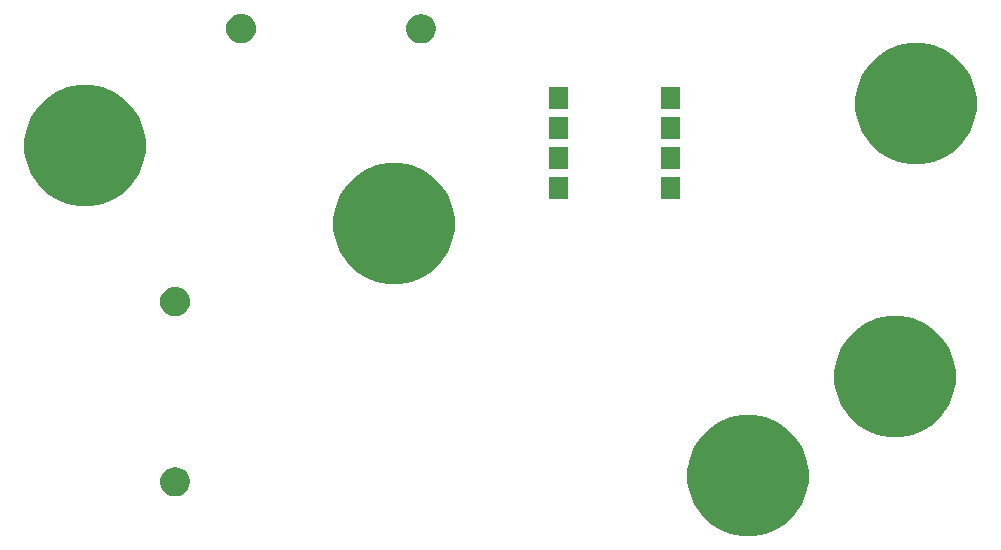
<source format=gts>
G04 #@! TF.GenerationSoftware,KiCad,Pcbnew,(5.1.0)-1*
G04 #@! TF.CreationDate,2019-06-02T20:16:14+05:30*
G04 #@! TF.ProjectId,OpAmp,4f70416d-702e-46b6-9963-61645f706362,rev?*
G04 #@! TF.SameCoordinates,Original*
G04 #@! TF.FileFunction,Soldermask,Top*
G04 #@! TF.FilePolarity,Negative*
%FSLAX46Y46*%
G04 Gerber Fmt 4.6, Leading zero omitted, Abs format (unit mm)*
G04 Created by KiCad (PCBNEW (5.1.0)-1) date 2019-06-02 20:16:14*
%MOMM*%
%LPD*%
G04 APERTURE LIST*
%ADD10C,0.100000*%
G04 APERTURE END LIST*
D10*
G36*
X154671009Y-111553591D02*
G01*
X155166658Y-111652181D01*
X156100440Y-112038967D01*
X156940822Y-112600492D01*
X157655508Y-113315178D01*
X158217033Y-114155560D01*
X158603819Y-115089342D01*
X158603819Y-115089344D01*
X158753731Y-115843000D01*
X158801000Y-116080641D01*
X158801000Y-117091359D01*
X158603819Y-118082658D01*
X158217033Y-119016440D01*
X157655508Y-119856822D01*
X156940822Y-120571508D01*
X156100440Y-121133033D01*
X155166658Y-121519819D01*
X154671008Y-121618410D01*
X154175361Y-121717000D01*
X153164639Y-121717000D01*
X152668992Y-121618410D01*
X152173342Y-121519819D01*
X151239560Y-121133033D01*
X150399178Y-120571508D01*
X149684492Y-119856822D01*
X149122967Y-119016440D01*
X148736181Y-118082658D01*
X148539000Y-117091359D01*
X148539000Y-116080641D01*
X148586270Y-115843000D01*
X148736181Y-115089344D01*
X148736181Y-115089342D01*
X149122967Y-114155560D01*
X149684492Y-113315178D01*
X150399178Y-112600492D01*
X151239560Y-112038967D01*
X152173342Y-111652181D01*
X152668991Y-111553591D01*
X153164639Y-111455000D01*
X154175361Y-111455000D01*
X154671009Y-111553591D01*
X154671009Y-111553591D01*
G37*
G36*
X105520903Y-115891075D02*
G01*
X105748571Y-115985378D01*
X105953466Y-116122285D01*
X106127715Y-116296534D01*
X106264622Y-116501429D01*
X106358925Y-116729097D01*
X106407000Y-116970787D01*
X106407000Y-117217213D01*
X106358925Y-117458903D01*
X106264622Y-117686571D01*
X106127715Y-117891466D01*
X105953466Y-118065715D01*
X105748571Y-118202622D01*
X105748570Y-118202623D01*
X105748569Y-118202623D01*
X105520903Y-118296925D01*
X105279214Y-118345000D01*
X105032786Y-118345000D01*
X104791097Y-118296925D01*
X104563431Y-118202623D01*
X104563430Y-118202623D01*
X104563429Y-118202622D01*
X104358534Y-118065715D01*
X104184285Y-117891466D01*
X104047378Y-117686571D01*
X103953075Y-117458903D01*
X103905000Y-117217213D01*
X103905000Y-116970787D01*
X103953075Y-116729097D01*
X104047378Y-116501429D01*
X104184285Y-116296534D01*
X104358534Y-116122285D01*
X104563429Y-115985378D01*
X104791097Y-115891075D01*
X105032786Y-115843000D01*
X105279214Y-115843000D01*
X105520903Y-115891075D01*
X105520903Y-115891075D01*
G37*
G36*
X167117009Y-103171591D02*
G01*
X167612658Y-103270181D01*
X168546440Y-103656967D01*
X169386822Y-104218492D01*
X170101508Y-104933178D01*
X170663033Y-105773560D01*
X171049819Y-106707342D01*
X171247000Y-107698641D01*
X171247000Y-108709359D01*
X171049819Y-109700658D01*
X170663033Y-110634440D01*
X170101508Y-111474822D01*
X169386822Y-112189508D01*
X168546440Y-112751033D01*
X167612658Y-113137819D01*
X167117009Y-113236409D01*
X166621361Y-113335000D01*
X165610639Y-113335000D01*
X165114991Y-113236409D01*
X164619342Y-113137819D01*
X163685560Y-112751033D01*
X162845178Y-112189508D01*
X162130492Y-111474822D01*
X161568967Y-110634440D01*
X161182181Y-109700658D01*
X160985000Y-108709359D01*
X160985000Y-107698641D01*
X161182181Y-106707342D01*
X161568967Y-105773560D01*
X162130492Y-104933178D01*
X162845178Y-104218492D01*
X163685560Y-103656967D01*
X164619342Y-103270181D01*
X165114992Y-103171590D01*
X165610639Y-103073000D01*
X166621361Y-103073000D01*
X167117009Y-103171591D01*
X167117009Y-103171591D01*
G37*
G36*
X105401239Y-100621101D02*
G01*
X105637053Y-100692634D01*
X105854381Y-100808799D01*
X106044871Y-100965129D01*
X106201201Y-101155619D01*
X106317366Y-101372947D01*
X106388899Y-101608761D01*
X106413053Y-101854000D01*
X106388899Y-102099239D01*
X106317366Y-102335053D01*
X106201201Y-102552381D01*
X106044871Y-102742871D01*
X105854381Y-102899201D01*
X105637053Y-103015366D01*
X105401239Y-103086899D01*
X105217457Y-103105000D01*
X105094543Y-103105000D01*
X104910761Y-103086899D01*
X104674947Y-103015366D01*
X104457619Y-102899201D01*
X104267129Y-102742871D01*
X104110799Y-102552381D01*
X103994634Y-102335053D01*
X103923101Y-102099239D01*
X103898947Y-101854000D01*
X103923101Y-101608761D01*
X103994634Y-101372947D01*
X104110799Y-101155619D01*
X104267129Y-100965129D01*
X104457619Y-100808799D01*
X104674947Y-100692634D01*
X104910761Y-100621101D01*
X105094543Y-100603000D01*
X105217457Y-100603000D01*
X105401239Y-100621101D01*
X105401239Y-100621101D01*
G37*
G36*
X124699009Y-90217591D02*
G01*
X125194658Y-90316181D01*
X126128440Y-90702967D01*
X126968822Y-91264492D01*
X127683508Y-91979178D01*
X128245033Y-92819560D01*
X128631819Y-93753342D01*
X128829000Y-94744641D01*
X128829000Y-95755359D01*
X128631819Y-96746658D01*
X128245033Y-97680440D01*
X127683508Y-98520822D01*
X126968822Y-99235508D01*
X126128440Y-99797033D01*
X125194658Y-100183819D01*
X124699008Y-100282410D01*
X124203361Y-100381000D01*
X123192639Y-100381000D01*
X122696992Y-100282410D01*
X122201342Y-100183819D01*
X121267560Y-99797033D01*
X120427178Y-99235508D01*
X119712492Y-98520822D01*
X119150967Y-97680440D01*
X118764181Y-96746658D01*
X118567000Y-95755359D01*
X118567000Y-94744641D01*
X118764181Y-93753342D01*
X119150967Y-92819560D01*
X119712492Y-91979178D01*
X120427178Y-91264492D01*
X121267560Y-90702967D01*
X122201342Y-90316181D01*
X122696992Y-90217590D01*
X123192639Y-90119000D01*
X124203361Y-90119000D01*
X124699009Y-90217591D01*
X124699009Y-90217591D01*
G37*
G36*
X98537009Y-83613591D02*
G01*
X99032658Y-83712181D01*
X99966440Y-84098967D01*
X100806822Y-84660492D01*
X101521508Y-85375178D01*
X102083033Y-86215560D01*
X102469819Y-87149342D01*
X102667000Y-88140641D01*
X102667000Y-89151359D01*
X102469819Y-90142658D01*
X102083033Y-91076440D01*
X101521508Y-91916822D01*
X100806822Y-92631508D01*
X99966440Y-93193033D01*
X99032658Y-93579819D01*
X98537008Y-93678410D01*
X98041361Y-93777000D01*
X97030639Y-93777000D01*
X96534992Y-93678410D01*
X96039342Y-93579819D01*
X95105560Y-93193033D01*
X94265178Y-92631508D01*
X93550492Y-91916822D01*
X92988967Y-91076440D01*
X92602181Y-90142658D01*
X92405000Y-89151359D01*
X92405000Y-88140641D01*
X92602181Y-87149342D01*
X92988967Y-86215560D01*
X93550492Y-85375178D01*
X94265178Y-84660492D01*
X95105560Y-84098967D01*
X96039342Y-83712181D01*
X96534991Y-83613591D01*
X97030639Y-83515000D01*
X98041361Y-83515000D01*
X98537009Y-83613591D01*
X98537009Y-83613591D01*
G37*
G36*
X138399001Y-93184001D02*
G01*
X136797001Y-93184001D01*
X136797001Y-91302001D01*
X138399001Y-91302001D01*
X138399001Y-93184001D01*
X138399001Y-93184001D01*
G37*
G36*
X147929001Y-93184001D02*
G01*
X146327001Y-93184001D01*
X146327001Y-91302001D01*
X147929001Y-91302001D01*
X147929001Y-93184001D01*
X147929001Y-93184001D01*
G37*
G36*
X138399001Y-90644001D02*
G01*
X136797001Y-90644001D01*
X136797001Y-88762001D01*
X138399001Y-88762001D01*
X138399001Y-90644001D01*
X138399001Y-90644001D01*
G37*
G36*
X147929001Y-90644001D02*
G01*
X146327001Y-90644001D01*
X146327001Y-88762001D01*
X147929001Y-88762001D01*
X147929001Y-90644001D01*
X147929001Y-90644001D01*
G37*
G36*
X168895009Y-80057591D02*
G01*
X169390658Y-80156181D01*
X170324440Y-80542967D01*
X171164822Y-81104492D01*
X171879508Y-81819178D01*
X172441033Y-82659560D01*
X172827819Y-83593342D01*
X173025000Y-84584641D01*
X173025000Y-85595359D01*
X172827819Y-86586658D01*
X172441033Y-87520440D01*
X171879508Y-88360822D01*
X171164822Y-89075508D01*
X170324440Y-89637033D01*
X169390658Y-90023819D01*
X168912149Y-90119000D01*
X168399361Y-90221000D01*
X167388639Y-90221000D01*
X166875851Y-90119000D01*
X166397342Y-90023819D01*
X165463560Y-89637033D01*
X164623178Y-89075508D01*
X163908492Y-88360822D01*
X163346967Y-87520440D01*
X162960181Y-86586658D01*
X162763000Y-85595359D01*
X162763000Y-84584641D01*
X162960181Y-83593342D01*
X163346967Y-82659560D01*
X163908492Y-81819178D01*
X164623178Y-81104492D01*
X165463560Y-80542967D01*
X166397342Y-80156181D01*
X166892991Y-80057591D01*
X167388639Y-79959000D01*
X168399361Y-79959000D01*
X168895009Y-80057591D01*
X168895009Y-80057591D01*
G37*
G36*
X138399001Y-88104001D02*
G01*
X136797001Y-88104001D01*
X136797001Y-86222001D01*
X138399001Y-86222001D01*
X138399001Y-88104001D01*
X138399001Y-88104001D01*
G37*
G36*
X147929001Y-88104001D02*
G01*
X146327001Y-88104001D01*
X146327001Y-86222001D01*
X147929001Y-86222001D01*
X147929001Y-88104001D01*
X147929001Y-88104001D01*
G37*
G36*
X138399001Y-85564001D02*
G01*
X136797001Y-85564001D01*
X136797001Y-83682001D01*
X138399001Y-83682001D01*
X138399001Y-85564001D01*
X138399001Y-85564001D01*
G37*
G36*
X147929001Y-85564001D02*
G01*
X146327001Y-85564001D01*
X146327001Y-83682001D01*
X147929001Y-83682001D01*
X147929001Y-85564001D01*
X147929001Y-85564001D01*
G37*
G36*
X126348903Y-77537075D02*
G01*
X126449236Y-77578634D01*
X126576571Y-77631378D01*
X126781466Y-77768285D01*
X126955715Y-77942534D01*
X127092622Y-78147429D01*
X127186925Y-78375097D01*
X127235000Y-78616787D01*
X127235000Y-78863213D01*
X127186925Y-79104903D01*
X127092622Y-79332571D01*
X126955715Y-79537466D01*
X126781466Y-79711715D01*
X126576571Y-79848622D01*
X126576570Y-79848623D01*
X126576569Y-79848623D01*
X126348903Y-79942925D01*
X126107214Y-79991000D01*
X125860786Y-79991000D01*
X125619097Y-79942925D01*
X125391431Y-79848623D01*
X125391430Y-79848623D01*
X125391429Y-79848622D01*
X125186534Y-79711715D01*
X125012285Y-79537466D01*
X124875378Y-79332571D01*
X124781075Y-79104903D01*
X124733000Y-78863213D01*
X124733000Y-78616787D01*
X124781075Y-78375097D01*
X124875378Y-78147429D01*
X125012285Y-77942534D01*
X125186534Y-77768285D01*
X125391429Y-77631378D01*
X125518765Y-77578634D01*
X125619097Y-77537075D01*
X125860786Y-77489000D01*
X126107214Y-77489000D01*
X126348903Y-77537075D01*
X126348903Y-77537075D01*
G37*
G36*
X110989239Y-77507101D02*
G01*
X111225053Y-77578634D01*
X111442381Y-77694799D01*
X111632871Y-77851129D01*
X111789201Y-78041619D01*
X111905366Y-78258947D01*
X111976899Y-78494761D01*
X112001053Y-78740000D01*
X111976899Y-78985239D01*
X111905366Y-79221053D01*
X111789201Y-79438381D01*
X111632871Y-79628871D01*
X111442381Y-79785201D01*
X111225053Y-79901366D01*
X110989239Y-79972899D01*
X110805457Y-79991000D01*
X110682543Y-79991000D01*
X110498761Y-79972899D01*
X110262947Y-79901366D01*
X110045619Y-79785201D01*
X109855129Y-79628871D01*
X109698799Y-79438381D01*
X109582634Y-79221053D01*
X109511101Y-78985239D01*
X109486947Y-78740000D01*
X109511101Y-78494761D01*
X109582634Y-78258947D01*
X109698799Y-78041619D01*
X109855129Y-77851129D01*
X110045619Y-77694799D01*
X110262947Y-77578634D01*
X110498761Y-77507101D01*
X110682543Y-77489000D01*
X110805457Y-77489000D01*
X110989239Y-77507101D01*
X110989239Y-77507101D01*
G37*
M02*

</source>
